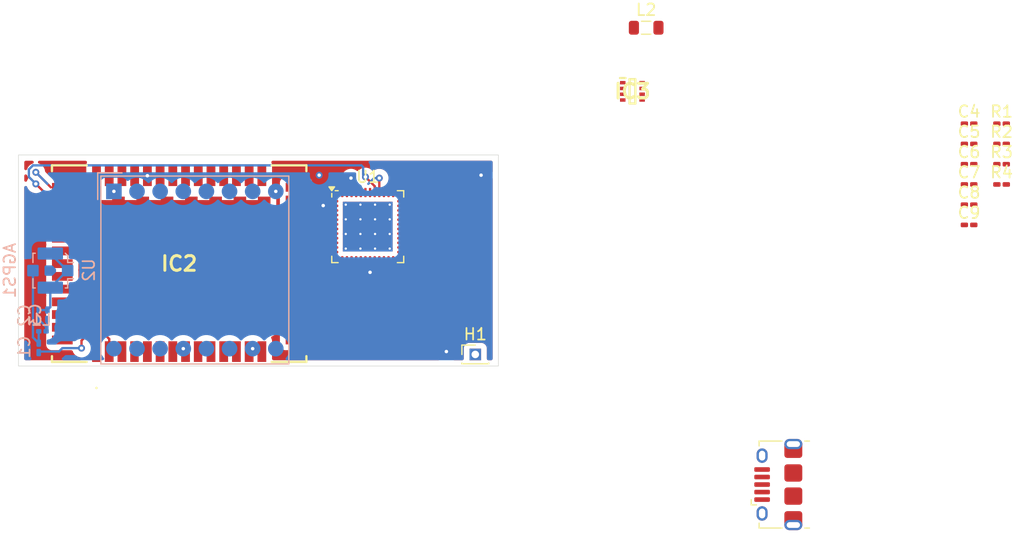
<source format=kicad_pcb>
(kicad_pcb (version 20241229) (generator "pcbnew") (generator_version "9.0")
  (layers (0 "F.Cu" signal) (4 "In1.Cu" signal) (6 "In2.Cu" signal) (2 "B.Cu" signal) (13 "F.Paste" user) (15 "B.Paste" user) (5 "F.SilkS" user "F.Silkscreen") (7 "B.SilkS" user "B.Silkscreen") (1 "F.Mask" user) (3 "B.Mask" user) (25 "Edge.Cuts" user))
  (net 0 "")
  (net 1 "SPI_INT")
  (net 2 "GPSANT")
  (net 3 "ANT_IN")
  (net 10 "+3.3V")
  (net 11 "GND")
  (net 12 "USB+")
  (net 13 "+5V")
  (net 28 "unconnected-(IC2-SPIS_CSN-Pad8)")
  (net 51 "Net-(U2-ANT)")
  (net 55 "Net-(J1-D+)")
  (net 56 "Net-(J1-D-)")
  (net 57 "USB-")
  (net 58 "GPSRX")
  (net 59 "GPSTX")
  (net 60 "SPI_MISO")
  (net 61 "SPI_MOSI")
  (net 62 "SPI_SCK")
  (net 63 "ANT_BIAS")
  (net 64 "Net-(IC3-BST)")
  (net 65 "Net-(IC3-SW)")
  (net 67 "Net-(IC3-FB)")
  (net 69 "SPI_CS")
  (footprint "Resistor_SMD:R_0201_0603Metric_Pad0.64x0.40mm_HandSolder" (layer "F.Cu") (at 251.257 58.3)
    (property "Reference" "R2" (at 0 -1.05 0) (layer "F.SilkS"))
    (property "Value" "R22")
    (pad "1" smd roundrect (at -0.4075 0) (size 0.635 0.4) (layers "F.Cu" "F.Mask") (net 56 "Net-(J1-D-)"))
    (pad "2" smd roundrect (at 0.4075 0) (size 0.635 0.4) (layers "F.Cu" "F.Mask") (net 57 "USB-"))
  )
  (footprint "Capacitor_SMD:C_0201_0603Metric_Pad0.64x0.40mm_HandSolder" (layer "F.Cu") (at 248.447 63.55)
    (property "Reference" "C8" (at 0 -1.05 0) (layer "F.SilkS"))
    (property "Value" "0.1uF")
    (pad "1" smd roundrect (at -0.4075 0) (size 0.635 0.4) (layers "F.Cu" "F.Mask") (net 65 "Net-(IC3-SW)"))
    (pad "2" smd roundrect (at 0.4075 0) (size 0.635 0.4) (layers "F.Cu" "F.Mask") (net 64 "Net-(IC3-BST)"))
  )
  (footprint "Resistor_SMD:R_0201_0603Metric_Pad0.64x0.40mm_HandSolder" (layer "F.Cu") (at 251.257 60.05)
    (property "Reference" "R3" (at 0 -1.05 0) (layer "F.SilkS"))
    (property "Value" "100k")
    (pad "1" smd roundrect (at -0.4075 0) (size 0.635 0.4) (layers "F.Cu" "F.Mask") (net 67 "Net-(IC3-FB)"))
    (pad "2" smd roundrect (at 0.4075 0) (size 0.635 0.4) (layers "F.Cu" "F.Mask") (net 10 "+3.3V"))
  )
  (footprint "Resistor_SMD:R_0201_0603Metric_Pad0.64x0.40mm_HandSolder" (layer "F.Cu") (at 251.257 61.8)
    (property "Reference" "R4" (at 0 -1.05 0) (layer "F.SilkS"))
    (property "Value" "56k")
    (pad "1" smd roundrect (at -0.4075 0) (size 0.635 0.4) (layers "F.Cu" "F.Mask") (net 67 "Net-(IC3-FB)"))
    (pad "2" smd roundrect (at 0.4075 0) (size 0.635 0.4) (layers "F.Cu" "F.Mask") (net 11 "GND"))
  )
  (footprint "Package_DFN_QFN:QFN-48-1EP_6x6mm_P0.4mm_EP4.3x4.3mm_ThermalVias" (layer "F.Cu") (at 196.45 65.45)
    (property "Reference" "U1" (at 0 -4.3 0) (layer "F.SilkS"))
    (property "Value" "ESP32-PICO-D4")
    (fp_line (start -3.11 -2.56) (end -3.11 -2.87) (stroke (width 0.12)) (layer "F.SilkS"))
    (fp_line (start -3.11 3.11) (end -3.11 2.56) (stroke (width 0.12)) (layer "F.SilkS"))
    (fp_line (start -2.56 -3.11) (end -2.81 -3.11) (stroke (width 0.12)) (layer "F.SilkS"))
    (fp_line (start -2.56 3.11) (end -3.11 3.11) (stroke (width 0.12)) (layer "F.SilkS"))
    (fp_line (start 2.56 -3.11) (end 3.11 -3.11) (stroke (width 0.12)) (layer "F.SilkS"))
    (fp_line (start 2.56 3.11) (end 3.11 3.11) (stroke (width 0.12)) (layer "F.SilkS"))
    (fp_line (start 3.11 -3.11) (end 3.11 -2.56) (stroke (width 0.12)) (layer "F.SilkS"))
    (fp_line (start 3.11 3.11) (end 3.11 2.56) (stroke (width 0.12)) (layer "F.SilkS"))
    (fp_poly (pts (xy -3.11 -3.11) (xy -3.35 -3.44) (xy -2.87 -3.44)) (stroke (width 0.12)) (fill yes) (layer "F.SilkS"))
    (pad "1" smd roundrect (at -2.95 -2.2) (size 0.8 0.2) (layers "F.Cu" "F.Mask" "F.Paste") (net 10 "+3.3V"))
    (pad "2" smd roundrect (at -2.95 -1.8) (size 0.8 0.2) (layers "F.Cu" "F.Mask" "F.Paste"))
    (pad "3" smd roundrect (at -2.95 -1.4) (size 0.8 0.2) (layers "F.Cu" "F.Mask" "F.Paste") (net 10 "+3.3V"))
    (pad "4" smd roundrect (at -2.95 -1) (size 0.8 0.2) (layers "F.Cu" "F.Mask" "F.Paste") (net 10 "+3.3V"))
    (pad "5" smd roundrect (at -2.95 -0.6) (size 0.8 0.2) (layers "F.Cu" "F.Mask" "F.Paste"))
    (pad "6" smd roundrect (at -2.95 -0.2) (size 0.8 0.2) (layers "F.Cu" "F.Mask" "F.Paste"))
    (pad "7" smd roundrect (at -2.95 0.2) (size 0.8 0.2) (layers "F.Cu" "F.Mask" "F.Paste"))
    (pad "8" smd roundrect (at -2.95 0.6) (size 0.8 0.2) (layers "F.Cu" "F.Mask" "F.Paste"))
    (pad "9" smd roundrect (at -2.95 1) (size 0.8 0.2) (layers "F.Cu" "F.Mask" "F.Paste"))
    (pad "10" smd roundrect (at -2.95 1.4) (size 0.8 0.2) (layers "F.Cu" "F.Mask" "F.Paste"))
    (pad "11" smd roundrect (at -2.95 1.8) (size 0.8 0.2) (layers "F.Cu" "F.Mask" "F.Paste"))
    (pad "12" smd roundrect (at -2.95 2.2) (size 0.8 0.2) (layers "F.Cu" "F.Mask" "F.Paste"))
    (pad "13" smd roundrect (at -2.2 2.95) (size 0.2 0.8) (layers "F.Cu" "F.Mask" "F.Paste"))
    (pad "14" smd roundrect (at -1.8 2.95) (size 0.2 0.8) (layers "F.Cu" "F.Mask" "F.Paste"))
    (pad "15" smd roundrect (at -1.4 2.95) (size 0.2 0.8) (layers "F.Cu" "F.Mask" "F.Paste"))
    (pad "16" smd roundrect (at -1 2.95) (size 0.2 0.8) (layers "F.Cu" "F.Mask" "F.Paste"))
    (pad "17" smd roundrect (at -0.6 2.95) (size 0.2 0.8) (layers "F.Cu" "F.Mask" "F.Paste"))
    (pad "18" smd roundrect (at -0.2 2.95) (size 0.2 0.8) (layers "F.Cu" "F.Mask" "F.Paste"))
    (pad "19" smd roundrect (at 0.2 2.95) (size 0.2 0.8) (layers "F.Cu" "F.Mask" "F.Paste") (net 10 "+3.3V"))
    (pad "20" smd roundrect (at 0.6 2.95) (size 0.2 0.8) (layers "F.Cu" "F.Mask" "F.Paste"))
    (pad "21" smd roundrect (at 1 2.95) (size 0.2 0.8) (layers "F.Cu" "F.Mask" "F.Paste"))
    (pad "22" smd roundrect (at 1.4 2.95) (size 0.2 0.8) (layers "F.Cu" "F.Mask" "F.Paste"))
    (pad "23" smd roundrect (at 1.8 2.95) (size 0.2 0.8) (layers "F.Cu" "F.Mask" "F.Paste"))
    (pad "24" smd roundrect (at 2.2 2.95) (size 0.2 0.8) (layers "F.Cu" "F.Mask" "F.Paste"))
    (pad "25" smd roundrect (at 2.95 2.2) (size 0.8 0.2) (layers "F.Cu" "F.Mask" "F.Paste"))
    (pad "26" smd roundrect (at 2.95 1.8) (size 0.8 0.2) (layers "F.Cu" "F.Mask" "F.Paste") (net 10 "+3.3V"))
    (pad "27" smd roundrect (at 2.95 1.4) (size 0.8 0.2) (layers "F.Cu" "F.Mask" "F.Paste"))
    (pad "28" smd roundrect (at 2.95 1) (size 0.8 0.2) (layers "F.Cu" "F.Mask" "F.Paste"))
    (pad "29" smd roundrect (at 2.95 0.6) (size 0.8 0.2) (layers "F.Cu" "F.Mask" "F.Paste"))
    (pad "30" smd roundrect (at 2.95 0.2) (size 0.8 0.2) (layers "F.Cu" "F.Mask" "F.Paste"))
    (pad "31" smd roundrect (at 2.95 -0.2) (size 0.8 0.2) (layers "F.Cu" "F.Mask" "F.Paste"))
    (pad "32" smd roundrect (at 2.95 -0.6) (size 0.8 0.2) (layers "F.Cu" "F.Mask" "F.Paste"))
    (pad "33" smd roundrect (at 2.95 -1) (size 0.8 0.2) (layers "F.Cu" "F.Mask" "F.Paste"))
    (pad "34" smd roundrect (at 2.95 -1.4) (size 0.8 0.2) (layers "F.Cu" "F.Mask" "F.Paste"))
    (pad "35" smd roundrect (at 2.95 -1.8) (size 0.8 0.2) (layers "F.Cu" "F.Mask" "F.Paste"))
    (pad "36" smd roundrect (at 2.95 -2.2) (size 0.8 0.2) (layers "F.Cu" "F.Mask" "F.Paste"))
    (pad "37" smd roundrect (at 2.2 -2.95) (size 0.2 0.8) (layers "F.Cu" "F.Mask" "F.Paste") (net 10 "+3.3V"))
    (pad "38" smd roundrect (at 1.8 -2.95) (size 0.2 0.8) (layers "F.Cu" "F.Mask" "F.Paste"))
    (pad "39" smd roundrect (at 1.4 -2.95) (size 0.2 0.8) (layers "F.Cu" "F.Mask" "F.Paste"))
    (pad "40" smd roundrect (at 1 -2.95) (size 0.2 0.8) (layers "F.Cu" "F.Mask" "F.Paste") (net 59 "GPSTX"))
    (pad "41" smd roundrect (at 0.6 -2.95) (size 0.2 0.8) (layers "F.Cu" "F.Mask" "F.Paste") (net 58 "GPSRX"))
    (pad "42" smd roundrect (at 0.2 -2.95) (size 0.2 0.8) (layers "F.Cu" "F.Mask" "F.Paste"))
    (pad "43" smd roundrect (at -0.2 -2.95) (size 0.2 0.8) (layers "F.Cu" "F.Mask" "F.Paste") (net 10 "+3.3V"))
    (pad "44" smd roundrect (at -0.6 -2.95) (size 0.2 0.8) (layers "F.Cu" "F.Mask" "F.Paste"))
    (pad "45" smd roundrect (at -1 -2.95) (size 0.2 0.8) (layers "F.Cu" "F.Mask" "F.Paste"))
    (pad "46" smd roundrect (at -1.4 -2.95) (size 0.2 0.8) (layers "F.Cu" "F.Mask" "F.Paste") (net 10 "+3.3V"))
    (pad "47" smd roundrect (at -1.8 -2.95) (size 0.2 0.8) (layers "F.Cu" "F.Mask" "F.Paste"))
    (pad "48" smd roundrect (at -2.2 -2.95) (size 0.2 0.8) (layers "F.Cu" "F.Mask" "F.Paste"))
    (pad "49" thru_hole circle (at -1.9 -1.9) (size 0.5 0.5) (drill 0.2) (property pad_prop_heatsink) (layers "*.Cu") (net 11 "GND"))
    (pad "49" thru_hole circle (at -1.9 -0.633333) (size 0.5 0.5) (drill 0.2) (property pad_prop_heatsink) (layers "*.Cu") (net 11 "GND"))
    (pad "49" thru_hole circle (at -1.9 0.633333) (size 0.5 0.5) (drill 0.2) (property pad_prop_heatsink) (layers "*.Cu") (net 11 "GND"))
    (pad "49" thru_hole circle (at -1.9 1.9) (size 0.5 0.5) (drill 0.2) (property pad_prop_heatsink) (layers "*.Cu") (net 11 "GND"))
    (pad "49" thru_hole circle (at -0.633333 -1.9) (size 0.5 0.5) (drill 0.2) (property pad_prop_heatsink) (layers "*.Cu") (net 11 "GND"))
    (pad "49" thru_hole circle (at -0.633333 -0.633333) (size 0.5 0.5) (drill 0.2) (property pad_prop_heatsink) (layers "*.Cu") (net 11 "GND"))
    (pad "49" thru_hole circle (at -0.633333 0.633333) (size 0.5 0.5) (drill 0.2) (property pad_prop_heatsink) (layers "*.Cu") (net 11 "GND"))
    (pad "49" thru_hole circle (at -0.633333 1.9) (size 0.5 0.5) (drill 0.2) (property pad_prop_heatsink) (layers "*.Cu") (net 11 "GND"))
    (pad "49" smd rect (at 0 0) (size 4.3 4.3) (property pad_prop_heatsink) (layers "F.Cu" "F.Mask") (net 11 "GND"))
    (pad "49" smd rect (at 0 0) (size 4.3 4.3) (property pad_prop_heatsink) (layers "B.Cu") (net 11 "GND"))
    (pad "49" thru_hole circle (at 0.633333 -1.9) (size 0.5 0.5) (drill 0.2) (property pad_prop_heatsink) (layers "*.Cu") (net 11 "GND"))
    (pad "49" thru_hole circle (at 0.633333 -0.633333) (size 0.5 0.5) (drill 0.2) (property pad_prop_heatsink) (layers "*.Cu") (net 11 "GND"))
    (pad "49" thru_hole circle (at 0.633333 0.633333) (size 0.5 0.5) (drill 0.2) (property pad_prop_heatsink) (layers "*.Cu") (net 11 "GND"))
    (pad "49" thru_hole circle (at 0.633333 1.9) (size 0.5 0.5) (drill 0.2) (property pad_prop_heatsink) (layers "*.Cu") (net 11 "GND"))
    (pad "49" thru_hole circle (at 1.9 -1.9) (size 0.5 0.5) (drill 0.2) (property pad_prop_heatsink) (layers "*.Cu") (net 11 "GND"))
    (pad "49" thru_hole circle (at 1.9 -0.633333) (size 0.5 0.5) (drill 0.2) (property pad_prop_heatsink) (layers "*.Cu") (net 11 "GND"))
    (pad "49" thru_hole circle (at 1.9 0.633333) (size 0.5 0.5) (drill 0.2) (property pad_prop_heatsink) (layers "*.Cu") (net 11 "GND"))
    (pad "49" thru_hole circle (at 1.9 1.9) (size 0.5 0.5) (drill 0.2) (property pad_prop_heatsink) (layers "*.Cu") (net 11 "GND"))
  )
  (footprint "Connector_PinHeader_1.27mm:PinHeader_1x01_P1.27mm_Vertical" (layer "F.Cu") (at 205.75 76.5)
    (property "Reference" "H1" (at 0 -1.745 0) (layer "F.SilkS"))
    (property "Value" "MountingHole_Pad")
    (fp_line (start -1.16 -0.81) (end 0 -0.81) (stroke (width 0.12)) (layer "F.SilkS"))
    (fp_line (start -1.16 0) (end -1.16 -0.81) (stroke (width 0.12)) (layer "F.SilkS"))
    (fp_line (start -1.16 0.81) (end -1.16 0.745) (stroke (width 0.12)) (layer "F.SilkS"))
    (fp_line (start -1.16 0.81) (end -0.666708 0.81) (stroke (width 0.12)) (layer "F.SilkS"))
    (fp_line (start -1.16 0.81) (end 1.16 0.81) (stroke (width 0.12)) (layer "F.SilkS"))
    (fp_line (start 0.666708 0.81) (end 1.16 0.81) (stroke (width 0.12)) (layer "F.SilkS"))
    (fp_line (start 1.16 0.81) (end 1.16 0.745) (stroke (width 0.12)) (layer "F.SilkS"))
    (pad "1" thru_hole rect (at 0 0) (size 1 1) (drill 0.65) (layers "*.Cu" "*.Mask") (net 51 "Net-(U2-ANT)"))
  )
  (footprint "Capacitor_SMD:C_0201_0603Metric_Pad0.64x0.40mm_HandSolder" (layer "F.Cu") (at 248.447 60.05)
    (property "Reference" "C6" (at 0 -1.05 0) (layer "F.SilkS"))
    (property "Value" "22uF")
    (pad "1" smd roundrect (at -0.4075 0) (size 0.635 0.4) (layers "F.Cu" "F.Mask") (net 11 "GND"))
    (pad "2" smd roundrect (at 0.4075 0) (size 0.635 0.4) (layers "F.Cu" "F.Mask") (net 10 "+3.3V"))
  )
  (footprint "Inductor_SMD:L_0805_2012Metric" (layer "F.Cu") (at 220.5255 48.25)
    (property "Reference" "L2" (at 0 -1.55 0) (layer "F.SilkS"))
    (property "Value" "2.2 µH")
    (fp_line (start -0.399622 -0.56) (end 0.399622 -0.56) (stroke (width 0.12)) (layer "F.SilkS"))
    (fp_line (start -0.399622 0.56) (end 0.399622 0.56) (stroke (width 0.12)) (layer "F.SilkS"))
    (pad "1" smd roundrect (at -1.0625 0) (size 0.875 1.2) (layers "F.Cu" "F.Mask" "F.Paste") (net 10 "+3.3V"))
    (pad "2" smd roundrect (at 1.0625 0) (size 0.875 1.2) (layers "F.Cu" "F.Mask" "F.Paste") (net 65 "Net-(IC3-SW)"))
  )
  (footprint "SamacSys_Parts:SOTFL50P160X60-8N" (layer "F.Cu") (at 219.338 53.75)
    (property "Reference" "IC3" (at 0 0 0) (layer "F.SilkS") (effects (font (size 1.27 1.27) (thickness 0.254))))
    (property "Value" "MP2338GTL-P" (hide yes))
    (fp_line (start -1.075 -1.15) (end -0.6 -1.15) (stroke (width 0.2)) (layer "F.SilkS"))
    (fp_line (start -0.25 -1.05) (end 0.25 -1.05) (stroke (width 0.2)) (layer "F.SilkS"))
    (fp_line (start -0.25 1.05) (end -0.25 -1.05) (stroke (width 0.2)) (layer "F.SilkS"))
    (fp_line (start 0.25 -1.05) (end 0.25 1.05) (stroke (width 0.2)) (layer "F.SilkS"))
    (fp_line (start 0.25 1.05) (end -0.25 1.05) (stroke (width 0.2)) (layer "F.SilkS"))
    (pad "1" smd rect (at -0.838 -0.75 90) (size 0.3 0.475) (layers "F.Cu" "F.Mask" "F.Paste"))
    (pad "2" smd rect (at -0.838 -0.25 90) (size 0.3 0.475) (layers "F.Cu" "F.Mask" "F.Paste") (net 13 "+5V"))
    (pad "3" smd rect (at -0.838 0.25 90) (size 0.3 0.475) (layers "F.Cu" "F.Mask" "F.Paste") (net 65 "Net-(IC3-SW)"))
    (pad "4" smd rect (at -0.838 0.75 90) (size 0.3 0.475) (layers "F.Cu" "F.Mask" "F.Paste") (net 11 "GND"))
    (pad "5" smd rect (at 0.838 0.75 90) (size 0.3 0.475) (layers "F.Cu" "F.Mask" "F.Paste") (net 64 "Net-(IC3-BST)"))
    (pad "6" smd rect (at 0.838 0.25 90) (size 0.3 0.475) (layers "F.Cu" "F.Mask" "F.Paste") (net 10 "+3.3V"))
    (pad "7" smd rect (at 0.838 -0.25 90) (size 0.3 0.475) (layers "F.Cu" "F.Mask" "F.Paste"))
    (pad "8" smd rect (at 0.838 -0.75 90) (size 0.3 0.475) (layers "F.Cu" "F.Mask" "F.Paste") (net 67 "Net-(IC3-FB)"))
  )
  (footprint "SamacSys_Parts:UM980" (layer "F.Cu") (at 180.145 68.65)
    (property "Reference" "IC2" (at 0 0 0) (layer "F.SilkS") (effects (font (size 1.27 1.27) (thickness 0.254))))
    (property "Value" "UM980" (hide yes))
    (fp_line (start -11 -8.5) (end -11 -8) (stroke (width 0.2)) (layer "F.SilkS"))
    (fp_line (start -11 8) (end -11 8.5) (stroke (width 0.2)) (layer "F.SilkS"))
    (fp_line (start -11 8.5) (end -8 8.5) (stroke (width 0.2)) (layer "F.SilkS"))
    (fp_line (start -8 -8.5) (end -11 -8.5) (stroke (width 0.2)) (layer "F.SilkS"))
    (fp_line (start -7.15 10.7) (end -7.15 10.7) (stroke (width 0.1)) (layer "F.SilkS"))
    (fp_line (start -7.15 10.8) (end -7.15 10.8) (stroke (width 0.1)) (layer "F.SilkS"))
    (fp_line (start 8 -8.5) (end 11 -8.5) (stroke (width 0.2)) (layer "F.SilkS"))
    (fp_line (start 8 8.5) (end 11 8.5) (stroke (width 0.2)) (layer "F.SilkS"))
    (fp_line (start 11 -8.5) (end 11 -8) (stroke (width 0.2)) (layer "F.SilkS"))
    (fp_line (start 11 8.5) (end 11 8) (stroke (width 0.2)) (layer "F.SilkS"))
    (fp_arc (start -7.15 10.7) (mid -7.1 10.75) (end -7.15 10.8) (stroke (width 0.1)) (layer "F.SilkS"))
    (fp_arc (start -7.15 10.8) (mid -7.2 10.75) (end -7.15 10.7) (stroke (width 0.1)) (layer "F.SilkS"))
    (pad "1" smd rect (at -7.15 7.605) (size 0.76 1.79) (layers "F.Cu" "F.Mask" "F.Paste") (net 11 "GND"))
    (pad "2" smd rect (at -6.05 7.605) (size 0.76 1.79) (layers "F.Cu" "F.Mask" "F.Paste") (net 3 "ANT_IN"))
    (pad "3" smd rect (at -4.95 7.605) (size 0.76 1.79) (layers "F.Cu" "F.Mask" "F.Paste") (net 11 "GND"))
    (pad "4" smd rect (at -3.865 7.605) (size 0.73 1.79) (layers "F.Cu" "F.Mask" "F.Paste"))
    (pad "5" smd rect (at -2.75 7.605) (size 0.76 1.79) (layers "F.Cu" "F.Mask" "F.Paste"))
    (pad "6" smd rect (at -1.65 7.605) (size 0.76 1.79) (layers "F.Cu" "F.Mask" "F.Paste"))
    (pad "7" smd rect (at -0.55 7.605) (size 0.76 1.79) (layers "F.Cu" "F.Mask" "F.Paste") (net 63 "ANT_BIAS"))
    (pad "8" smd rect (at 0.55 7.605) (size 0.76 1.79) (layers "F.Cu" "F.Mask" "F.Paste") (net 28 "unconnected-(IC2-SPIS_CSN-Pad8)"))
    (pad "9" smd rect (at 1.635 7.605) (size 0.73 1.79) (layers "F.Cu" "F.Mask" "F.Paste"))
    (pad "10" smd rect (at 2.75 7.605) (size 0.76 1.79) (layers "F.Cu" "F.Mask" "F.Paste"))
    (pad "11" smd rect (at 3.85 7.605) (size 0.76 1.79) (layers "F.Cu" "F.Mask" "F.Paste"))
    (pad "12" smd rect (at 4.95 7.605) (size 0.76 1.79) (layers "F.Cu" "F.Mask" "F.Paste") (net 11 "GND"))
    (pad "13" smd rect (at 6.05 7.605) (size 0.76 1.79) (layers "F.Cu" "F.Mask" "F.Paste"))
    (pad "14" smd rect (at 7.15 7.605) (size 0.76 1.79) (layers "F.Cu" "F.Mask" "F.Paste") (net 11 "GND"))
    (pad "15" smd rect (at 10.105 6.6 90) (size 0.76 1.79) (layers "F.Cu" "F.Mask" "F.Paste"))
    (pad "16" smd rect (at 10.105 5.5 90) (size 0.76 1.79) (layers "F.Cu" "F.Mask" "F.Paste"))
    (pad "17" smd rect (at 10.105 4.4 90) (size 0.76 1.79) (layers "F.Cu" "F.Mask" "F.Paste"))
    (pad "18" smd rect (at 10.105 3.3 90) (size 0.76 1.79) (layers "F.Cu" "F.Mask" "F.Paste"))
    (pad "19" smd rect (at 10.105 2.2 90) (size 0.76 1.79) (layers "F.Cu" "F.Mask" "F.Paste"))
    (pad "20" smd rect (at 10.105 1.11 90) (size 0.78 1.79) (layers "F.Cu" "F.Mask" "F.Paste"))
    (pad "21" smd rect (at 10.105 0 90) (size 0.76 1.79) (layers "F.Cu" "F.Mask" "F.Paste"))
    (pad "22" smd rect (at 10.105 -1.1 90) (size 0.76 1.79) (layers "F.Cu" "F.Mask" "F.Paste"))
    (pad "23" smd rect (at 10.105 -2.2 90) (size 0.76 1.79) (layers "F.Cu" "F.Mask" "F.Paste"))
    (pad "24" smd rect (at 10.105 -3.3 90) (size 0.76 1.79) (layers "F.Cu" "F.Mask" "F.Paste"))
    (pad "25" smd rect (at 10.105 -4.4 90) (size 0.76 1.79) (layers "F.Cu" "F.Mask" "F.Paste"))
    (pad "26" smd rect (at 10.105 -5.5 90) (size 0.76 1.79) (layers "F.Cu" "F.Mask" "F.Paste"))
    (pad "27" smd rect (at 10.105 -6.6 90) (size 0.76 1.79) (layers "F.Cu" "F.Mask" "F.Paste"))
    (pad "28" smd rect (at 7.15 -7.605) (size 0.76 1.79) (layers "F.Cu" "F.Mask" "F.Paste"))
    (pad "29" smd rect (at 6.05 -7.605) (size 0.76 1.79) (layers "F.Cu" "F.Mask" "F.Paste"))
    (pad "30" smd rect (at 4.95 -7.605) (size 0.76 1.79) (layers "F.Cu" "F.Mask" "F.Paste"))
    (pad "31" smd rect (at 3.85 -7.605) (size 0.76 1.79) (layers "F.Cu" "F.Mask" "F.Paste"))
    (pad "32" smd rect (at 2.75 -7.605) (size 0.76 1.79) (layers "F.Cu" "F.Mask" "F.Paste") (net 11 "GND"))
    (pad "33" smd rect (at 1.65 -7.605) (size 0.76 1.79) (layers "F.Cu" "F.Mask" "F.Paste") (net 10 "+3.3V"))
    (pad "34" smd rect (at 0.55 -7.605) (size 0.76 1.79) (layers "F.Cu" "F.Mask" "F.Paste") (net 10 "+3.3V"))
    (pad "35" smd rect (at -0.55 -7.605) (size 0.76 1.79) (layers "F.Cu" "F.Mask" "F.Paste"))
    (pad "36" smd rect (at -1.65 -7.605) (size 0.76 1.79) (layers "F.Cu" "F.Mask" "F.Paste"))
    (pad "37" smd rect (at -2.75 -7.605) (size 0.76 1.79) (layers "F.Cu" "F.Mask" "F.Paste") (net 11 "GND"))
    (pad "38" smd rect (at -3.85 -7.605) (size 0.76 1.79) (layers "F.Cu" "F.Mask" "F.Paste"))
    (pad "39" smd rect (at -4.95 -7.605) (size 0.76 1.79) (layers "F.Cu" "F.Mask" "F.Paste"))
    (pad "40" smd rect (at -6.05 -7.605) (size 0.76 1.79) (layers "F.Cu" "F.Mask" "F.Paste"))
    (pad "41" smd rect (at -7.15 -7.605) (size 0.76 1.79) (layers "F.Cu" "F.Mask" "F.Paste") (net 11 "GND"))
    (pad "42" smd rect (at -10.105 -6.6 90) (size 0.76 1.79) (layers "F.Cu" "F.Mask" "F.Paste") (net 59 "GPSTX"))
    (pad "43" smd rect (at -10.105 -5.5 90) (size 0.76 1.79) (layers "F.Cu" "F.Mask" "F.Paste") (net 58 "GPSRX"))
    (pad "44" smd rect (at -10.105 -4.4 90) (size 0.76 1.79) (layers "F.Cu" "F.Mask" "F.Paste"))
    (pad "45" smd rect (at -10.105 -3.3 90) (size 0.76 1.79) (layers "F.Cu" "F.Mask" "F.Paste"))
    (pad "46" smd rect (at -10.105 -2.2 90) (size 0.76 1.79) (layers "F.Cu" "F.Mask" "F.Paste"))
    (pad "47" smd rect (at -10.105 -1.1 90) (size 0.76 1.79) (layers "F.Cu" "F.Mask" "F.Paste"))
    (pad "48" smd rect (at -10.105 0 90) (size 0.76 1.79) (layers "F.Cu" "F.Mask" "F.Paste") (net 11 "GND"))
    (pad "49" smd rect (at -10.105 1.1 90) (size 0.76 1.79) (layers "F.Cu" "F.Mask" "F.Paste"))
    (pad "50" smd rect (at -10.105 2.2 90) (size 0.76 1.79) (layers "F.Cu" "F.Mask" "F.Paste"))
    (pad "51" smd rect (at -10.105 3.3 90) (size 0.76 1.79) (layers "F.Cu" "F.Mask" "F.Paste"))
    (pad "52" smd rect (at -10.105 4.4 90) (size 0.76 1.79) (layers "F.Cu" "F.Mask" "F.Paste"))
    (pad "53" smd rect (at -10.105 5.5 90) (size 0.76 1.79) (layers "F.Cu" "F.Mask" "F.Paste"))
    (pad "54" smd rect (at -10.105 6.6 90) (size 0.76 1.79) (layers "F.Cu" "F.Mask" "F.Paste"))
    (pad "55" smd rect (at -7.35 5.25 90) (size 1.09 1.09) (layers "F.Cu" "F.Mask" "F.Paste") (net 11 "GND"))
    (pad "56" smd rect (at -5.25 5.25 90) (size 1.09 1.09) (layers "F.Cu" "F.Mask" "F.Paste") (net 11 "GND"))
    (pad "57" smd rect (at -3.15 5.25 90) (size 1.09 1.09) (layers "F.Cu" "F.Mask" "F.Paste") (net 11 "GND"))
    (pad "58" smd rect (at -1.05 5.25 90) (size 1.09 1.09) (layers "F.Cu" "F.Mask" "F.Paste") (net 11 "GND"))
    (pad "59" smd rect (at 1.05 5.25 90) (size 1.09 1.09) (layers "F.Cu" "F.Mask" "F.Paste") (net 11 "GND"))
    (pad "60" smd rect (at 3.15 5.25 90) (size 1.09 1.09) (layers "F.Cu" "F.Mask" "F.Paste") (net 11 "GND"))
    (pad "61" smd rect (at 5.25 5.25 90) (size 1.09 1.09) (layers "F.Cu" "F.Mask" "F.Paste") (net 11 "GND"))
    (pad "62" smd rect (at 7.35 5.25 90) (size 1.09 1.09) (layers "F.Cu" "F.Mask" "F.Paste") (net 11 "GND"))
    (pad "63" smd rect (at -7.35 3.15 90) (size 1.09 1.09) (layers "F.Cu" "F.Mask" "F.Paste") (net 11 "GND"))
    (pad "64" smd rect (at -5.25 3.15 90) (size 1.09 1.09) (layers "F.Cu" "F.Mask" "F.Paste") (net 11 "GND"))
    (pad "65" smd rect (at -3.15 3.15 90) (size 1.09 1.09) (layers "F.Cu" "F.Mask" "F.Paste") (net 11 "GND"))
    (pad "66" smd rect (at -1.05 3.15 90) (size 1.09 1.09) (layers "F.Cu" "F.Mask" "F.Paste") (net 11 "GND"))
    (pad "67" smd rect (at 1.05 3.15 90) (size 1.09 1.09) (layers "F.Cu" "F.Mask" "F.Paste") (net 11 "GND"))
    (pad "68" smd rect (at 3.15 3.15 90) (size 1.09 1.09) (layers "F.Cu" "F.Mask" "F.Paste") (net 11 "GND"))
    (pad "69" smd rect (at 5.25 3.15 90) (size 1.09 1.09) (layers "F.Cu" "F.Mask" "F.Paste") (net 11 "GND"))
    (pad "70" smd rect (at 7.35 3.15 90) (size 1.09 1.09) (layers "F.Cu" "F.Mask" "F.Paste") (net 11 "GND"))
    (pad "71" smd rect (at -7.35 1.05 90) (size 1.09 1.09) (layers "F.Cu" "F.Mask" "F.Paste") (net 11 "GND"))
    (pad "72" smd rect (at -5.25 1.05 90) (size 1.09 1.09) (layers "F.Cu" "F.Mask" "F.Paste") (net 11 "GND"))
    (pad "73" smd rect (at -3.15 1.05 90) (size 1.09 1.09) (layers "F.Cu" "F.Mask" "F.Paste") (net 11 "GND"))
    (pad "74" smd rect (at -1.05 1.05 90) (size 1.09 1.09) (layers "F.Cu" "F.Mask" "F.Paste") (net 11 "GND"))
    (pad "75" smd rect (at 1.05 1.05 90) (size 1.09 1.09) (layers "F.Cu" "F.Mask" "F.Paste") (net 11 "GND"))
    (pad "76" smd rect (at 3.15 1.05 90) (size 1.09 1.09) (layers "F.Cu" "F.Mask" "F.Paste") (net 11 "GND"))
    (pad "77" smd rect (at 5.25 1.05 90) (size 1.09 1.09) (layers "F.Cu" "F.Mask" "F.Paste") (net 11 "GND"))
    (pad "78" smd rect (at 7.35 1.05 90) (size 1.09 1.09) (layers "F.Cu" "F.Mask" "F.Paste") (net 11 "GND"))
    (pad "79" smd rect (at -7.35 -1.05 90) (size 1.09 1.09) (layers "F.Cu" "F.Mask" "F.Paste") (net 11 "GND"))
    (pad "80" smd rect (at -5.25 -1.05 90) (size 1.09 1.09) (layers "F.Cu" "F.Mask" "F.Paste") (net 11 "GND"))
    (pad "81" smd rect (at -3.15 -1.05 90) (size 1.09 1.09) (layers "F.Cu" "F.Mask" "F.Paste") (net 11 "GND"))
    (pad "82" smd rect (at -1.05 -1.05 90) (size 1.09 1.09) (layers "F.Cu" "F.Mask" "F.Paste") (net 11 "GND"))
    (pad "83" smd rect (at 1.05 -1.05 90) (size 1.09 1.09) (layers "F.Cu" "F.Mask" "F.Paste") (net 11 "GND"))
    (pad "84" smd rect (at 3.15 -1.05 90) (size 1.09 1.09) (layers "F.Cu" "F.Mask" "F.Paste") (net 11 "GND"))
    (pad "85" smd rect (at 5.25 -1.05 90) (size 1.09 1.09) (layers "F.Cu" "F.Mask" "F.Paste") (net 11 "GND"))
    (pad "86" smd rect (at 7.35 -1.05 90) (size 1.09 1.09) (layers "F.Cu" "F.Mask" "F.Paste") (net 11 "GND"))
    (pad "87" smd rect (at -7.35 -3.15 90) (size 1.09 1.09) (layers "F.Cu" "F.Mask" "F.Paste") (net 11 "GND"))
    (pad "88" smd rect (at -5.25 -3.15 90) (size 1.09 1.09) (layers "F.Cu" "F.Mask" "F.Paste") (net 11 "GND"))
    (pad "89" smd rect (at -3.15 -3.15 90) (size 1.09 1.09) (layers "F.Cu" "F.Mask" "F.Paste") (net 11 "GND"))
    (pad "90" smd rect (at -1.05 -3.15 90) (size 1.09 1.09) (layers "F.Cu" "F.Mask" "F.Paste") (net 11 "GND"))
    (pad "91" smd rect (at 1.05 -3.15 90) (size 1.09 1.09) (layers "F.Cu" "F.Mask" "F.Paste") (net 11 "GND"))
    (pad "92" smd rect (at 3.15 -3.15 90) (size 1.09 1.09) (layers "F.Cu" "F.Mask" "F.Paste") (net 11 "GND"))
    (pad "93" smd rect (at 5.25 -3.15 90) (size 1.09 1.09) (layers "F.Cu" "F.Mask" "F.Paste") (net 11 "GND"))
    (pad "94" smd rect (at 7.35 -3.15 90) (size 1.09 1.09) (layers "F.Cu" "F.Mask" "F.Paste") (net 11 "GND"))
    (pad "95" smd rect (at -7.35 -5.25 90) (size 1.09 1.09) (layers "F.Cu" "F.Mask" "F.Paste") (net 11 "GND"))
    (pad "96" smd rect (at -5.25 -5.25 90) (size 1.09 1.09) (layers "F.Cu" "F.Mask" "F.Paste") (net 11 "GND"))
    (pad "97" smd rect (at -3.15 -5.25 90) (size 1.09 1.09) (layers "F.Cu" "F.Mask" "F.Paste") (net 11 "GND"))
    (pad "98" smd rect (at -1.05 -5.25 90) (size 1.09 1.09) (layers "F.Cu" "F.Mask" "F.Paste") (net 11 "GND"))
    (pad "99" smd rect (at 1.05 -5.25 90) (size 1.09 1.09) (layers "F.Cu" "F.Mask" "F.Paste") (net 11 "GND"))
    (pad "100" smd rect (at 3.15 -5.25 90) (size 1.09 1.09) (layers "F.Cu" "F.Mask" "F.Paste") (net 11 "GND"))
    (pad "101" smd rect (at 5.25 -5.25 90) (size 1.09 1.09) (layers "F.Cu" "F.Mask" "F.Paste") (net 11 "GND"))
    (pad "102" smd rect (at 7.35 -5.25 90) (size 1.09 1.09) (layers "F.Cu" "F.Mask" "F.Paste") (net 11 "GND"))
  )
  (footprint "Capacitor_SMD:C_0201_0603Metric_Pad0.64x0.40mm_HandSolder" (layer "F.Cu") (at 248.447 61.8)
    (property "Reference" "C7" (at 0 -1.05 0) (layer "F.SilkS"))
    (property "Value" "0.1uF")
    (pad "1" smd roundrect (at -0.4075 0) (size 0.635 0.4) (layers "F.Cu" "F.Mask") (net 11 "GND"))
    (pad "2" smd roundrect (at 0.4075 0) (size 0.635 0.4) (layers "F.Cu" "F.Mask") (net 10 "+3.3V"))
  )
  (footprint "Capacitor_SMD:C_0201_0603Metric_Pad0.64x0.40mm_HandSolder" (layer "F.Cu") (at 248.447 56.55)
    (property "Reference" "C4" (at 0 -1.05 0) (layer "F.SilkS"))
    (property "Value" "100pF")
    (pad "1" smd roundrect (at -0.4075 0) (size 0.635 0.4) (layers "F.Cu" "F.Mask") (net 11 "GND"))
    (pad "2" smd roundrect (at 0.4075 0) (size 0.635 0.4) (layers "F.Cu" "F.Mask") (net 10 "+3.3V"))
  )
  (footprint "Connector_USB:USB_Micro-B_Amphenol_10118194-0001LF_Horizontal" (layer "F.Cu") (at 231.95 87.75 90)
    (property "Reference" "J1" (hide yes))
    (property "Value" "USB_B_Micro")
    (fp_line (start -1.31 -2.34) (end -1.76 -2.34) (stroke (width 0.12)) (layer "F.SilkS"))
    (fp_line (start -1.76 -1.89) (end -1.76 -2.34) (stroke (width 0.12)) (layer "F.SilkS"))
    (fp_line (start 3.76 -1.66) (end 3.34 -1.66) (stroke (width 0.12)) (layer "F.SilkS"))
    (fp_line (start -3.76 -1.66) (end -3.34 -1.66) (stroke (width 0.12)) (layer "F.SilkS"))
    (fp_line (start 3.76 0.32) (end 3.76 -1.66) (stroke (width 0.12)) (layer "F.SilkS"))
    (fp_line (start -3.76 0.32) (end -3.76 -1.66) (stroke (width 0.12)) (layer "F.SilkS"))
    (fp_line (start 3.76 2.29) (end 3.76 2.69) (stroke (width 0.12)) (layer "F.SilkS"))
    (fp_line (start -3.76 2.69) (end -3.76 2.29) (stroke (width 0.12)) (layer "F.SilkS"))
    (pad "1" smd roundrect (at -1.3 -1.4 90) (size 0.4 1.35) (layers "F.Cu" "F.Mask" "F.Paste") (net 13 "+5V"))
    (pad "2" smd roundrect (at -0.65 -1.4 90) (size 0.4 1.35) (layers "F.Cu" "F.Mask" "F.Paste") (net 56 "Net-(J1-D-)"))
    (pad "3" smd roundrect (at 0 -1.4 90) (size 0.4 1.35) (layers "F.Cu" "F.Mask" "F.Paste") (net 55 "Net-(J1-D+)"))
    (pad "4" smd roundrect (at 0.65 -1.4 90) (size 0.4 1.35) (layers "F.Cu" "F.Mask" "F.Paste") (net 10 "+3.3V"))
    (pad "5" smd roundrect (at 1.3 -1.4 90) (size 0.4 1.35) (layers "F.Cu" "F.Mask" "F.Paste") (net 11 "GND"))
    (pad "6" thru_hole oval (at -3.5 1.3 90) (size 0.89 1.55) (drill oval 0.5 1.15) (property pad_prop_heatsink) (layers "*.Cu" "*.Mask") (net 11 "GND"))
    (pad "6" smd roundrect (at -3.025 1.3 90) (size 1.45 1.55) (layers "F.Cu" "F.Mask" "F.Paste") (roundrect_rratio 0.1724137931) (net 11 "GND"))
    (pad "6" thru_hole oval (at -2.5 -1.4 90) (size 1.25 0.95) (drill oval 0.85 0.55) (property pad_prop_heatsink) (layers "*.Cu" "*.Mask") (net 11 "GND"))
    (pad "6" smd roundrect (at -1 1.3 90) (size 1.5 1.55) (layers "F.Cu" "F.Mask" "F.Paste") (roundrect_rratio 0.1666666667) (net 11 "GND"))
    (pad "6" smd roundrect (at 1 1.3 90) (size 1.5 1.55) (layers "F.Cu" "F.Mask" "F.Paste") (roundrect_rratio 0.1666666667) (net 11 "GND"))
    (pad "6" thru_hole oval (at 2.5 -1.4 90) (size 1.25 0.95) (drill oval 0.85 0.55) (property pad_prop_heatsink) (layers "*.Cu" "*.Mask") (net 11 "GND"))
    (pad "6" smd roundrect (at 3.025 1.3 90) (size 1.45 1.55) (layers "F.Cu" "F.Mask" "F.Paste") (roundrect_rratio 0.1724137931) (net 11 "GND"))
    (pad "6" thru_hole oval (at 3.5 1.3 90) (size 0.89 1.55) (drill oval 0.5 1.15) (property pad_prop_heatsink) (layers "*.Cu" "*.Mask") (net 11 "GND"))
  )
  (footprint "Capacitor_SMD:C_0201_0603Metric_Pad0.64x0.40mm_HandSolder" (layer "F.Cu") (at 248.447 65.3)
    (property "Reference" "C9" (at 0 -1.05 0) (layer "F.SilkS"))
    (property "Value" "100nF")
    (pad "1" smd roundrect (at -0.4075 0) (size 0.635 0.4) (layers "F.Cu" "F.Mask") (net 11 "GND"))
    (pad "2" smd roundrect (at 0.4075 0) (size 0.635 0.4) (layers "F.Cu" "F.Mask") (net 10 "+3.3V"))
  )
  (footprint "Capacitor_SMD:C_0201_0603Metric_Pad0.64x0.40mm_HandSolder" (layer "F.Cu") (at 248.447 58.3)
    (property "Reference" "C5" (at 0 -1.05 0) (layer "F.SilkS"))
    (property "Value" "100nF")
    (pad "1" smd roundrect (at -0.4075 0) (size 0.635 0.4) (layers "F.Cu" "F.Mask") (net 11 "GND"))
    (pad "2" smd roundrect (at 0.4075 0) (size 0.635 0.4) (layers "F.Cu" "F.Mask") (net 10 "+3.3V"))
  )
  (footprint "Resistor_SMD:R_0201_0603Metric_Pad0.64x0.40mm_HandSolder" (layer "F.Cu") (at 251.257 56.55)
    (property "Reference" "R1" (at 0 -1.05 0) (layer "F.SilkS"))
    (property "Value" "R22")
    (pad "1" smd roundrect (at -0.4075 0) (size 0.635 0.4) (layers "F.Cu" "F.Mask") (net 55 "Net-(J1-D+)"))
    (pad "2" smd roundrect (at 0.4075 0) (size 0.635 0.4) (layers "F.Cu" "F.Mask") (net 12 "USB+"))
  )
  (footprint "Capacitor_SMD:C_0201_0603Metric_Pad0.64x0.40mm_HandSolder" (layer "B.Cu") (at 168 73.0675 -90)
    (property "Reference" "C2" (at 0.0675 1.25 90) (layer "B.SilkS") (effects (justify mirror)))
    (property "Value" "100pF")
    (pad "1" smd roundrect (at -0.4075 0 270) (size 0.635 0.4) (layers "B.Cu" "B.Mask") (net 11 "GND"))
    (pad "2" smd roundrect (at 0.4075 0 270) (size 0.635 0.4) (layers "B.Cu" "B.Mask") (net 63 "ANT_BIAS"))
  )
  (footprint "Capacitor_SMD:C_0201_0603Metric_Pad0.64x0.40mm_HandSolder" (layer "B.Cu") (at 168.75 73.0675 -90)
    (property "Reference" "C3" (at 0 1.05 90) (layer "B.SilkS") (effects (justify mirror)))
    (property "Value" "100nF")
    (pad "1" smd roundrect (at -0.4075 0 270) (size 0.635 0.4) (layers "B.Cu" "B.Mask") (net 11 "GND"))
    (pad "2" smd roundrect (at 0.4075 0 270) (size 0.635 0.4) (layers "B.Cu" "B.Mask") (net 63 "ANT_BIAS"))
  )
  (footprint "Connector_Coaxial:U.FL_Molex_MCRF_73412-0110_Vertical" (layer "B.Cu") (at 169 69.25 90)
    (property "Reference" "AGPS1" (at 0 -3.5 90) (layer "B.SilkS") (effects (justify mirror)))
    (property "Value" "Antenna_Shield")
    (fp_line (start 1.5 -1.5) (end 0.7 -1.5) (stroke (width 0.12)) (layer "B.SilkS"))
    (fp_line (start -0.7 -1.5) (end -1.5 -1.5) (stroke (width 0.12)) (layer "B.SilkS"))
    (fp_line (start -1.5 -1.5) (end -1.5 -1.3) (stroke (width 0.12)) (layer "B.SilkS"))
    (fp_line (start 1.5 -1.3) (end 1.5 -1.5) (stroke (width 0.12)) (layer "B.SilkS"))
    (fp_line (start -1.5 1.3) (end -1.5 1.5) (stroke (width 0.12)) (layer "B.SilkS"))
    (fp_line (start 1.3 1.5) (end 1.5 1.3) (stroke (width 0.12)) (layer "B.SilkS"))
    (fp_line (start 0.7 1.5) (end 1.3 1.5) (stroke (width 0.12)) (layer "B.SilkS"))
    (fp_line (start 0.7 1.5) (end 0.7 2) (stroke (width 0.12)) (layer "B.SilkS"))
    (fp_line (start -0.7 1.5) (end -0.7 2) (stroke (width 0.12)) (layer "B.SilkS"))
    (fp_line (start -1.5 1.5) (end -0.7 1.5) (stroke (width 0.12)) (layer "B.SilkS"))
    (pad "1" smd roundrect (at 0 -1.5 270) (size 1 1) (layers "B.Cu" "B.Mask" "B.Paste") (roundrect_rratio 0.1) (net 2 "GPSANT"))
    (pad "2" smd roundrect (at -1.475 0 270) (size 1.05 2.2) (layers "B.Cu" "B.Mask" "B.Paste") (roundrect_rratio 0.1) (net 11 "GND"))
    (pad "2" smd roundrect (at 0 1.5 270) (size 1 1) (layers "B.Cu" "B.Mask" "B.Paste") (roundrect_rratio 0.1) (net 11 "GND"))
    (pad "2" smd roundrect (at 1.475 0 270) (size 1.05 2.2) (layers "B.Cu" "B.Mask" "B.Paste") (roundrect_rratio 0.1) (net 11 "GND"))
  )
  (footprint "JOE Library:HOPERF_RFM9XW_THT_ikke_through" (layer "B.Cu") (at 174.5 62.4 -90)
    (property "Reference" "U2" (at 6.8 2.17 90) (layer "B.SilkS") (effects (justify mirror)))
    (property "Value" "RFM69HCW")
    (fp_line (start -1.6 1.4) (end 0.7 1.4) (stroke (width 0.12)) (layer "B.SilkS"))
    (fp_line (start -1.325 1.125) (end 14.925 1.125) (stroke (width 0.12)) (layer "B.SilkS"))
    (fp_line (start 14.925 1.125) (end 14.925 -15.125) (stroke (width 0.12)) (layer "B.SilkS"))
    (fp_line (start -1.6 -0.7) (end -1.6 1.4) (stroke (width 0.12)) (layer "B.SilkS"))
    (fp_line (start -1.325 -15.125) (end -1.325 1.125) (stroke (width 0.12)) (layer "B.SilkS"))
    (fp_line (start 14.925 -15.125) (end -1.325 -15.125) (stroke (width 0.12)) (layer "B.SilkS"))
    (pad "1" smd rect (at 0 0 270) (size 1.35 1.35) (layers "B.Cu" "B.Mask" "B.Paste") (net 11 "GND"))
    (pad "2" smd circle (at 0 -2 270) (size 1.35 1.35) (layers "B.Cu" "B.Mask" "B.Paste") (net 60 "SPI_MISO"))
    (pad "3" smd circle (at 0 -4 270) (size 1.35 1.35) (layers "B.Cu" "B.Mask" "B.Paste") (net 61 "SPI_MOSI"))
    (pad "4" smd circle (at 0 -6 270) (size 1.35 1.35) (layers "B.Cu" "B.Mask" "B.Paste") (net 62 "SPI_SCK"))
    (pad "5" smd circle (at 0 -8 270) (size 1.35 1.35) (layers "B.Cu" "B.Mask" "B.Paste") (net 69 "SPI_CS"))
    (pad "6" smd circle (at 0 -10 270) (size 1.35 1.35) (layers "B.Cu" "B.Mask" "B.Paste"))
    (pad "7" smd circle (at 0 -12 270) (size 1.35 1.35) (layers "B.Cu" "B.Mask" "B.Paste"))
    (pad "8" smd circle (at 0 -14 270) (size 1.35 1.35) (layers "B.Cu" "B.Mask" "B.Paste") (net 11 "GND"))
    (pad "9" smd circle (at 13.6 -14 270) (size 1.35 1.35) (layers "B.Cu" "B.Mask" "B.Paste") (net 51 "Net-(U2-ANT)"))
    (pad "10" smd circle (at 13.6 -12 270) (size 1.35 1.35) (layers "B.Cu" "B.Mask" "B.Paste") (net 11 "GND"))
    (pad "11" smd circle (at 13.6 -10 270) (size 1.35 1.35) (layers "B.Cu" "B.Mask" "B.Paste"))
    (pad "12" smd circle (at 13.6 -8 270) (size 1.35 1.35) (layers "B.Cu" "B.Mask" "B.Paste"))
    (pad "13" smd circle (at 13.6 -6 270) (size 1.35 1.35) (layers "B.Cu" "B.Mask" "B.Paste") (net 10 "+3.3V"))
    (pad "14" smd circle (at 13.6 -4 270) (size 1.35 1.35) (layers "B.Cu" "B.Mask" "B.Paste") (net 1 "SPI_INT"))
    (pad "15" smd circle (at 13.6 -2 270) (size 1.35 1.35) (layers "B.Cu" "B.Mask" "B.Paste"))
    (pad "16" smd circle (at 13.6 0 270) (size 1.35 1.35) (layers "B.Cu" "B.Mask" "B.Paste"))
  )
  (footprint "Capacitor_SMD:C_0201_0603Metric_Pad0.64x0.40mm_HandSolder" (layer "B.Cu") (at 168 75.9325 90)
    (property "Reference" "C1" (at 0.0675 -1.25 90) (layer "B.SilkS") (effects (justify mirror)))
    (property "Value" "100pF")
    (pad "1" smd roundrect (at -0.4075 0 90) (size 0.635 0.4) (layers "B.Cu" "B.Mask") (net 3 "ANT_IN"))
    (pad "2" smd roundrect (at 0.4075 0 90) (size 0.635 0.4) (layers "B.Cu" "B.Mask") (net 2 "GPSANT"))
  )
  (footprint "Inductor_SMD:L_0201_0603Metric" (layer "B.Cu") (at 168.32 74.5 180)
    (property "Reference" "L1" (at 0.095 1 0) (layer "B.SilkS") (effects (justify mirror)))
    (property "Value" "68nH")
    (pad "1" smd roundrect (at -0.32 0 180) (size 0.46 0.4) (layers "B.Cu" "B.Mask") (net 63 "ANT_BIAS"))
    (pad "2" smd roundrect (at 0.32 0 180) (size 0.46 0.4) (layers "B.Cu" "B.Mask") (net 2 "GPSANT"))
  )
  (gr_rect (start 166.25 59.25) (end 207.75 77.5) (stroke (width 0.05)) (fill no) (layer "Edge.Cuts"))
  (segment (start 168 74.57) (end 168 75.525) (width 0.2) (layer "B.Cu") (net 2))
  (segment (start 168 75.525) (end 168.025 75.5) (width 0.2) (layer "B.Cu") (net 2))
  (segment (start 167.5 75.025) (end 167.5 69.25) (width 0.2) (layer "B.Cu") (net 2))
  (segment (start 168 75.525) (end 167.5 75.025) (width 0.2) (layer "B.Cu") (net 2))
  (segment (start 174.095 75.16) (end 173.685 74.75) (width 0.2) (layer "F.Cu") (net 3))
  (segment (start 171.7 75.3) (end 171.7 75.955) (width 0.2) (layer "F.Cu") (net 3))
  (segment (start 174.095 76.255) (end 174.095 75.16) (width 0.2) (layer "F.Cu") (net 3))
  (segment (start 173.685 74.75) (end 172.25 74.75) (width 0.2) (layer "F.Cu") (net 3))
  (segment (start 172.25 74.75) (end 171.7 75.3) (width 0.2) (layer "F.Cu") (net 3))
  (via (at 171.7 75.955) (size 0.6) (drill 0.3) (layers "F.Cu" "B.Cu") (net 3))
  (segment (start 170.045 75.955) (end 171.7 75.955) (width 0.2) (layer "B.Cu") (net 3))
  (segment (start 169.5 76.25) (end 168.09 76.25) (width 0.2) (layer "B.Cu") (net 3))
  (segment (start 169.75 76.25) (end 170.045 75.955) (width 0.2) (layer "B.Cu") (net 3))
  (segment (start 169.5 76.25) (end 169.75 76.25) (width 0.2) (layer "B.Cu") (net 3))
  (segment (start 168.09 76.25) (end 168 76.34) (width 0.2) (layer "B.Cu") (net 3))
  (segment (start 193 63.25) (end 193.5 63.25) (width 0.2) (layer "F.Cu") (net 10))
  (segment (start 192.8 64.05) (end 193.5 64.05) (width 0.2) (layer "F.Cu") (net 10))
  (segment (start 192.6 63.626513) (end 192.623487 63.626513) (width 0.2) (layer "F.Cu") (net 10))
  (segment (start 192.6 63.85) (end 192.8 64.05) (width 0.2) (layer "F.Cu") (net 10))
  (segment (start 195.05 62.5) (end 195.05 61.3) (width 0.2) (layer "F.Cu") (net 10))
  (segment (start 193.5 64.45) (end 193.5 64.05) (width 0.2) (layer "F.Cu") (net 10))
  (segment (start 196.65 69.4) (end 196.65 68.4) (width 0.2) (layer "F.Cu") (net 10))
  (segment (start 192.6 63.626513) (end 192.6 63.85) (width 0.2) (layer "F.Cu") (net 10))
  (segment (start 192.623487 63.626513) (end 193 63.25) (width 0.2) (layer "F.Cu") (net 10))
  (via blind (at 196.65 69.4) (size 0.6) (drill 0.3) (layers "F.Cu" "In2.Cu") (net 10))
  (via blind (at 192.6 63.626513) (size 0.6) (drill 0.3) (layers "F.Cu" "In2.Cu") (net 10))
  (via blind (at 195 61.25) (size 0.6) (drill 0.3) (layers "F.Cu" "In2.Cu") (net 10))
  (via blind (at 203.25 76.25) (size 0.6) (drill 0.3) (layers "F.Cu" "In1.Cu") (net 11))
  (via blind (at 206.25 61) (size 0.6) (drill 0.3) (layers "F.Cu" "In1.Cu") (net 11))
  (via blind (at 177.395 61.045) (size 0.6) (drill 0.3) (layers "F.Cu" "In1.Cu") (net 11))
  (segment (start 170.5 69.25) (end 170.475 69.25) (width 0.2) (layer "B.Cu") (net 11))
  (segment (start 169 70.725) (end 169 72.41) (width 0.2) (layer "B.Cu") (net 11))
  (segment (start 169 72.41) (end 168.75 72.66) (width 0.2) (layer "B.Cu") (net 11))
  (segment (start 170.475 69.25) (end 169 70.725) (width 0.2) (layer "B.Cu") (net 11))
  (segment (start 168 72.66) (end 168.75 72.66) (width 0.2) (layer "B.Cu") (net 11))
  (segment (start 169 67.775) (end 170.475 69.25) (width 0.2) (layer "B.Cu") (net 11))
  (via blind (at 186.5 76) (size 0.6) (drill 0.3) (layers "In1.Cu" "B.Cu") (net 11))
  (via blind (at 174.5 62.4) (size 0.6) (drill 0.3) (layers "In1.Cu" "B.Cu") (net 11))
  (via blind (at 188.5 62.4) (size 0.6) (drill 0.3) (layers "In1.Cu" "B.Cu") (net 11))
  (via blind (at 192.25 61) (size 0.6) (drill 0.3) (layers "In1.Cu" "B.Cu") (net 11))
  (via blind (at 180.5 76) (size 0.6) (drill 0.3) (layers "F.Cu" "In2.Cu") (net 28))
  (segment (start 170.04 63.15) (end 169.15 63.15) (width 0.2) (layer "F.Cu") (net 58))
  (segment (start 169.15 63.15) (end 167.75 61.75) (width 0.2) (layer "F.Cu") (net 58))
  (segment (start 196.250735 61.15) (end 196.250735 61.150735) (width 0.2) (layer "F.Cu") (net 58))
  (segment (start 196.250735 61.150735) (end 197.05 61.95) (width 0.2) (layer "F.Cu") (net 58))
  (segment (start 197.05 61.95) (end 197.05 62.5) (width 0.2) (layer "F.Cu") (net 58))
  (via (at 167.75 61.75) (size 0.6) (drill 0.3) (layers "F.Cu" "B.Cu") (net 58))
  (via (at 196.250735 61.15) (size 0.6) (drill 0.3) (layers "F.Cu" "B.Cu") (net 58))
  (segment (start 196.05 60.949265) (end 196.05 60.3) (width 0.2) (layer "B.Cu") (net 58))
  (segment (start 167.501057 60.149) (end 167.149 60.501057) (width 0.2) (layer "B.Cu") (net 58))
  (segment (start 196.250735 61.15) (end 196.05 60.949265) (width 0.2) (layer "B.Cu") (net 58))
  (segment (start 167.149 61.149) (end 167.75 61.75) (width 0.2) (layer "B.Cu") (net 58))
  (segment (start 195.899 60.149) (end 167.501057 60.149) (width 0.2) (layer "B.Cu") (net 58))
  (segment (start 196.05 60.3) (end 195.899 60.149) (width 0.2) (layer "B.Cu") (net 58))
  (segment (start 167.149 60.501057) (end 167.149 61.149) (width 0.2) (layer "B.Cu") (net 58))
  (segment (start 197.45 61.25) (end 197.45 62.5) (width 0.2) (layer "F.Cu") (net 59))
  (segment (start 169.05 62.05) (end 167.75 60.75) (width 0.2) (layer "F.Cu") (net 59))
  (via (at 167.75 60.75) (size 0.6) (drill 0.3) (layers "F.Cu" "B.Cu") (net 59))
  (via (at 197.45 61.25) (size 0.6) (drill 0.3) (layers "F.Cu" "B.Cu") (net 59))
  (segment (start 197.45 61.25) (end 197 61.25) (width 0.2) (layer "B.Cu") (net 59))
  (segment (start 168.75 61.75) (end 167.75 60.75) (width 0.2) (layer "B.Cu") (net 59))
  (segment (start 197 61.25) (end 196.5 61.75) (width 0.2) (layer "B.Cu") (net 59))
  (segment (start 168.75 74.39) (end 168.64 74.5) (width 0.2) (layer "B.Cu") (net 63))
  (segment (start 168.75 73.475) (end 168.75 74.39) (width 0.2) (layer "B.Cu") (net 63))
  (segment (start 168.64 74.115) (end 168 73.475) (width 0.2) (layer "B.Cu") (net 63))
  (segment (start 168.64 74.5) (end 168.64 74.115) (width 0.2) (layer "B.Cu") (net 63))
  (zone (net 0) (net_name "") (layer "F.Cu") (connect_pads (clearance 0.5)) (min_thickness 0.25) (fill yes (thermal_gap 0.5) (thermal_bridge_width 0.5) (island_removal_mode 1) (island_area_min 10))
    (polygon (pts (xy 207.75 77.5) (xy 207.75 59.25) (xy 166.25 59.25) (xy 166.25 77.5)))
  )
  (zone (net 11) (net_name "GND") (layer "F.Cu") (priority 4) (connect_pads (clearance 0.5)) (min_thickness 0.25) (fill yes (thermal_gap 0.5) (thermal_bridge_width 0.5))
    (polygon (pts (xy 172.25 63) (xy 188 63) (xy 187.75 74.25) (xy 172.25 74.25)))
  )
  (zone (net 0) (net_name "") (layer "B.Cu") (priority 3) (connect_pads (clearance 0.5)) (min_thickness 0.25) (fill yes (thermal_gap 0.5) (thermal_bridge_width 0.5) (island_removal_mode 1) (island_area_min 10))
    (polygon (pts (xy 207.75 59.25) (xy 166.25 59.25) (xy 166.25 77.5) (xy 207.75 77.5)))
  )
)
</source>
